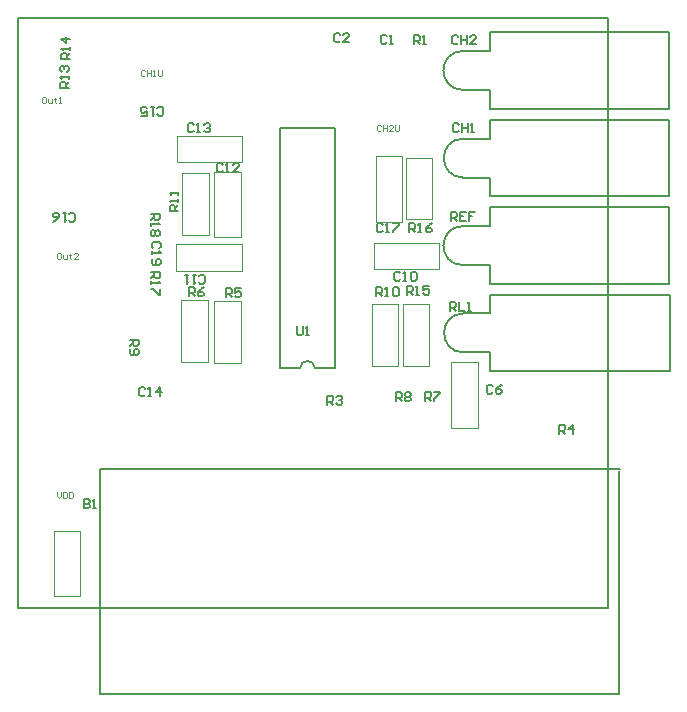
<source format=gto>
%FSLAX25Y25*%
%MOIN*%
G70*
G01*
G75*
G04 Layer_Color=65535*
%ADD10C,0.01000*%
%ADD11C,0.02000*%
%ADD12C,0.02500*%
%ADD13C,0.00787*%
%ADD14C,0.07874*%
%ADD15R,0.07874X0.07874*%
%ADD16C,0.12205*%
%ADD17C,0.09843*%
%ADD18C,0.02500*%
%ADD19R,0.02362X0.08661*%
%ADD20R,0.08661X0.02362*%
%ADD21O,0.02992X0.09449*%
%ADD22R,0.02992X0.09449*%
%ADD23R,0.08000X0.06500*%
%ADD24R,0.08500X0.07000*%
%ADD25R,0.08100X0.06700*%
%ADD26R,0.08900X0.07700*%
%ADD27R,0.08200X0.07100*%
%ADD28C,0.00300*%
%ADD29C,0.00500*%
D13*
X-97710Y79950D02*
G03*
X-102710Y79950I-2500J0D01*
G01*
X-48179Y98243D02*
G03*
X-48179Y85251I0J-6496D01*
G01*
X-48379Y127343D02*
G03*
X-48379Y114351I0J-6496D01*
G01*
Y185743D02*
G03*
X-48379Y172751I0J-6496D01*
G01*
X-48279Y156543D02*
G03*
X-48279Y143551I0J-6496D01*
G01*
X-97710Y79950D02*
X-91175D01*
X-109246D02*
X-102710D01*
X-109246D02*
Y159950D01*
X-91175D01*
Y79950D02*
Y159950D01*
X-48179Y98243D02*
X-39320D01*
X-48179Y85251D02*
X-39320D01*
Y98243D02*
Y104543D01*
Y78952D02*
Y85251D01*
Y104543D02*
X20522D01*
X-39320Y78952D02*
X20522D01*
X20522Y78952D02*
X20522Y78952D01*
X20522Y78952D02*
Y104543D01*
X-48379Y127343D02*
X-39520D01*
X-48379Y114351D02*
X-39520D01*
Y127343D02*
Y133643D01*
Y108052D02*
Y114351D01*
Y133643D02*
X20322D01*
X-39520Y108052D02*
X20322D01*
X20322Y108052D02*
X20322Y108052D01*
X20322Y108052D02*
Y133643D01*
X-48379Y185743D02*
X-39520D01*
X-48379Y172751D02*
X-39520D01*
Y185743D02*
Y192043D01*
Y166452D02*
Y172751D01*
Y192043D02*
X20322D01*
X-39520Y166452D02*
X20322D01*
X20322Y166452D02*
X20322Y166452D01*
X20322Y166452D02*
Y192043D01*
X-48279Y156543D02*
X-39420D01*
X-48279Y143551D02*
X-39420D01*
Y156543D02*
Y162843D01*
Y137252D02*
Y143551D01*
Y162843D02*
X20422D01*
X-39420Y137252D02*
X20422D01*
X20422Y137252D02*
X20422Y137252D01*
X20422Y137252D02*
Y162843D01*
X3624Y8850D02*
Y45858D01*
Y-28551D02*
Y8850D01*
X-169210Y46252D02*
X4018D01*
X-169210Y-28551D02*
X3624D01*
X-169210D02*
Y8850D01*
Y46252D01*
X-196850Y0D02*
Y196850D01*
Y0D02*
X0D01*
Y196850D01*
X-196850D02*
X0D01*
D28*
X-52200Y60155D02*
X-43400D01*
X-52200D02*
Y81952D01*
X-43400D01*
Y60155D02*
Y81952D01*
X-77400Y128804D02*
X-68600D01*
X-77400D02*
Y150601D01*
X-68600D01*
Y128804D02*
Y150601D01*
X-143796Y148651D02*
Y157450D01*
X-121999D01*
Y148651D02*
Y157450D01*
X-143796Y148651D02*
X-121999D01*
X-131251Y145446D02*
X-122450D01*
Y123649D02*
Y145446D01*
X-131251Y123649D02*
X-122450D01*
X-131251D02*
Y145446D01*
X-143996Y112550D02*
Y121351D01*
X-122199D01*
Y112550D02*
Y121351D01*
X-143996Y112550D02*
X-122199D01*
X-56204Y112951D02*
Y121750D01*
X-78001Y112951D02*
X-56204D01*
X-78001D02*
Y121750D01*
X-56204D01*
X-184750Y4055D02*
X-175951D01*
X-184750D02*
Y25852D01*
X-175951D01*
Y4055D02*
Y25852D01*
X-58600Y129600D02*
Y150200D01*
X-67400D02*
X-58600D01*
X-67400Y129600D02*
Y150200D01*
Y129600D02*
X-58600D01*
X-68450Y80751D02*
X-59650D01*
X-68450D02*
Y101350D01*
X-59650D01*
Y80751D02*
Y101350D01*
X-141951Y124351D02*
X-133150D01*
X-141951D02*
Y144950D01*
X-133150D01*
Y124351D02*
Y144950D01*
X-78750Y80751D02*
Y101350D01*
Y80751D02*
X-69950D01*
Y101350D01*
X-78750D02*
X-69950D01*
X-133400Y82000D02*
Y102600D01*
X-142200D02*
X-133400D01*
X-142200Y82000D02*
Y102600D01*
Y82000D02*
X-133400D01*
X-131200Y102400D02*
X-122400D01*
Y81800D02*
Y102400D01*
X-131200Y81800D02*
X-122400D01*
X-131200D02*
Y102400D01*
X-183750Y38699D02*
Y37366D01*
X-183084Y36700D01*
X-182418Y37366D01*
Y38699D01*
X-181751D02*
Y36700D01*
X-180751D01*
X-180418Y37033D01*
Y38366D01*
X-180751Y38699D01*
X-181751D01*
X-179752D02*
Y36700D01*
X-178752D01*
X-178419Y37033D01*
Y38366D01*
X-178752Y38699D01*
X-179752D01*
X-187851Y170299D02*
X-188517D01*
X-188850Y169966D01*
Y168633D01*
X-188517Y168300D01*
X-187851D01*
X-187518Y168633D01*
Y169966D01*
X-187851Y170299D01*
X-186851Y169633D02*
Y168633D01*
X-186518Y168300D01*
X-185518D01*
Y169633D01*
X-184519Y169966D02*
Y169633D01*
X-184852D01*
X-184185D01*
X-184519D01*
Y168633D01*
X-184185Y168300D01*
X-183186D02*
X-182519D01*
X-182852D01*
Y170299D01*
X-183186Y169966D01*
X-182851Y118299D02*
X-183517D01*
X-183851Y117966D01*
Y116633D01*
X-183517Y116300D01*
X-182851D01*
X-182518Y116633D01*
Y117966D01*
X-182851Y118299D01*
X-181851Y117633D02*
Y116633D01*
X-181518Y116300D01*
X-180518D01*
Y117633D01*
X-179518Y117966D02*
Y117633D01*
X-179852D01*
X-179185D01*
X-179518D01*
Y116633D01*
X-179185Y116300D01*
X-176853D02*
X-178186D01*
X-176853Y117633D01*
Y117966D01*
X-177186Y118299D01*
X-177852D01*
X-178186Y117966D01*
X-154267Y179217D02*
X-154600Y179550D01*
X-155267D01*
X-155600Y179217D01*
Y177884D01*
X-155267Y177550D01*
X-154600D01*
X-154267Y177884D01*
X-153601Y179550D02*
Y177550D01*
Y178550D01*
X-152268D01*
Y179550D01*
Y177550D01*
X-151601D02*
X-150935D01*
X-151268D01*
Y179550D01*
X-151601Y179217D01*
X-149935Y179550D02*
Y177884D01*
X-149602Y177550D01*
X-148935D01*
X-148602Y177884D01*
Y179550D01*
X-75567Y160766D02*
X-75900Y161099D01*
X-76567D01*
X-76900Y160766D01*
Y159433D01*
X-76567Y159100D01*
X-75900D01*
X-75567Y159433D01*
X-74901Y161099D02*
Y159100D01*
Y160100D01*
X-73568D01*
Y161099D01*
Y159100D01*
X-71568D02*
X-72901D01*
X-71568Y160433D01*
Y160766D01*
X-71902Y161099D01*
X-72568D01*
X-72901Y160766D01*
X-70902Y161099D02*
Y159433D01*
X-70569Y159100D01*
X-69902D01*
X-69569Y159433D01*
Y161099D01*
D29*
X-174700Y36250D02*
Y33250D01*
X-173200D01*
X-172701Y33750D01*
Y34250D01*
X-173200Y34750D01*
X-174700D01*
X-173200D01*
X-172701Y35250D01*
Y35750D01*
X-173200Y36250D01*
X-174700D01*
X-171701Y33250D02*
X-170701D01*
X-171201D01*
Y36250D01*
X-171701Y35750D01*
X-73701Y190699D02*
X-74200Y191199D01*
X-75200D01*
X-75700Y190699D01*
Y188700D01*
X-75200Y188200D01*
X-74200D01*
X-73701Y188700D01*
X-72701Y188200D02*
X-71701D01*
X-72201D01*
Y191199D01*
X-72701Y190699D01*
X-89301Y191199D02*
X-89801Y191699D01*
X-90800D01*
X-91300Y191199D01*
Y189200D01*
X-90800Y188700D01*
X-89801D01*
X-89301Y189200D01*
X-86302Y188700D02*
X-88301D01*
X-86302Y190699D01*
Y191199D01*
X-86801Y191699D01*
X-87801D01*
X-88301Y191199D01*
X-38501Y73899D02*
X-39000Y74399D01*
X-40000D01*
X-40500Y73899D01*
Y71900D01*
X-40000Y71400D01*
X-39000D01*
X-38501Y71900D01*
X-35502Y74399D02*
X-36501Y73899D01*
X-37501Y72900D01*
Y71900D01*
X-37001Y71400D01*
X-36001D01*
X-35502Y71900D01*
Y72400D01*
X-36001Y72900D01*
X-37501D01*
X-69201Y111699D02*
X-69700Y112199D01*
X-70700D01*
X-71200Y111699D01*
Y109700D01*
X-70700Y109200D01*
X-69700D01*
X-69201Y109700D01*
X-68201Y109200D02*
X-67201D01*
X-67701D01*
Y112199D01*
X-68201Y111699D01*
X-65702D02*
X-65202Y112199D01*
X-64202D01*
X-63702Y111699D01*
Y109700D01*
X-64202Y109200D01*
X-65202D01*
X-65702Y109700D01*
Y111699D01*
X-136449Y108602D02*
X-135949Y108102D01*
X-134949D01*
X-134450Y108602D01*
Y110601D01*
X-134949Y111101D01*
X-135949D01*
X-136449Y110601D01*
X-137449Y111101D02*
X-138448D01*
X-137948D01*
Y108102D01*
X-137449Y108602D01*
X-139948Y111101D02*
X-140947D01*
X-140447D01*
Y108102D01*
X-139948Y108602D01*
X-128401Y147750D02*
X-128900Y148249D01*
X-129900D01*
X-130400Y147750D01*
Y145750D01*
X-129900Y145250D01*
X-128900D01*
X-128401Y145750D01*
X-127401Y145250D02*
X-126401D01*
X-126901D01*
Y148249D01*
X-127401Y147750D01*
X-122902Y145250D02*
X-124902D01*
X-122902Y147250D01*
Y147750D01*
X-123402Y148249D01*
X-124402D01*
X-124902Y147750D01*
X-138050Y161100D02*
X-138550Y161600D01*
X-139550D01*
X-140050Y161100D01*
Y159101D01*
X-139550Y158601D01*
X-138550D01*
X-138050Y159101D01*
X-137050Y158601D02*
X-136051D01*
X-136551D01*
Y161600D01*
X-137050Y161100D01*
X-134551D02*
X-134051Y161600D01*
X-133052D01*
X-132552Y161100D01*
Y160600D01*
X-133052Y160100D01*
X-133552D01*
X-133052D01*
X-132552Y159601D01*
Y159101D01*
X-133052Y158601D01*
X-134051D01*
X-134551Y159101D01*
X-150299Y164601D02*
X-149800Y164101D01*
X-148800D01*
X-148300Y164601D01*
Y166600D01*
X-148800Y167100D01*
X-149800D01*
X-150299Y166600D01*
X-151299Y167100D02*
X-152299D01*
X-151799D01*
Y164101D01*
X-151299Y164601D01*
X-155798Y164101D02*
X-153798D01*
Y165601D01*
X-154798Y165101D01*
X-155298D01*
X-155798Y165601D01*
Y166600D01*
X-155298Y167100D01*
X-154298D01*
X-153798Y166600D01*
X-179699Y129301D02*
X-179200Y128801D01*
X-178200D01*
X-177700Y129301D01*
Y131300D01*
X-178200Y131800D01*
X-179200D01*
X-179699Y131300D01*
X-180699Y131800D02*
X-181699D01*
X-181199D01*
Y128801D01*
X-180699Y129301D01*
X-185198Y128801D02*
X-184198Y129301D01*
X-183198Y130300D01*
Y131300D01*
X-183698Y131800D01*
X-184698D01*
X-185198Y131300D01*
Y130800D01*
X-184698Y130300D01*
X-183198D01*
X-75150Y127799D02*
X-75650Y128299D01*
X-76650D01*
X-77149Y127799D01*
Y125800D01*
X-76650Y125300D01*
X-75650D01*
X-75150Y125800D01*
X-74151Y125300D02*
X-73151D01*
X-73651D01*
Y128299D01*
X-74151Y127799D01*
X-71651Y128299D02*
X-69652D01*
Y127799D01*
X-71651Y125800D01*
Y125300D01*
X-149601Y119901D02*
X-149101Y120401D01*
Y121400D01*
X-149601Y121900D01*
X-151600D01*
X-152100Y121400D01*
Y120401D01*
X-151600Y119901D01*
X-152100Y118901D02*
Y117901D01*
Y118401D01*
X-149101D01*
X-149601Y118901D01*
X-151600Y116402D02*
X-152100Y115902D01*
Y114902D01*
X-151600Y114402D01*
X-149601D01*
X-149101Y114902D01*
Y115902D01*
X-149601Y116402D01*
X-150101D01*
X-150601Y115902D01*
Y114402D01*
X-49801Y161150D02*
X-50300Y161650D01*
X-51300D01*
X-51800Y161150D01*
Y159150D01*
X-51300Y158651D01*
X-50300D01*
X-49801Y159150D01*
X-48801Y161650D02*
Y158651D01*
Y160150D01*
X-46802D01*
Y161650D01*
Y158651D01*
X-45802D02*
X-44802D01*
X-45302D01*
Y161650D01*
X-45802Y161150D01*
X-49901Y190450D02*
X-50400Y190949D01*
X-51400D01*
X-51900Y190450D01*
Y188450D01*
X-51400Y187951D01*
X-50400D01*
X-49901Y188450D01*
X-48901Y190949D02*
Y187951D01*
Y189450D01*
X-46902D01*
Y190949D01*
Y187951D01*
X-43903D02*
X-45902D01*
X-43903Y189950D01*
Y190450D01*
X-44402Y190949D01*
X-45402D01*
X-45902Y190450D01*
X-64700Y187900D02*
Y190899D01*
X-63200D01*
X-62701Y190399D01*
Y189400D01*
X-63200Y188900D01*
X-64700D01*
X-63700D02*
X-62701Y187900D01*
X-61701D02*
X-60701D01*
X-61201D01*
Y190899D01*
X-61701Y190399D01*
X-16200Y58100D02*
Y61099D01*
X-14701D01*
X-14201Y60599D01*
Y59600D01*
X-14701Y59100D01*
X-16200D01*
X-15200D02*
X-14201Y58100D01*
X-11701D02*
Y61099D01*
X-13201Y59600D01*
X-11202D01*
X-127500Y103600D02*
Y106599D01*
X-126000D01*
X-125501Y106099D01*
Y105099D01*
X-126000Y104600D01*
X-127500D01*
X-126500D02*
X-125501Y103600D01*
X-122502Y106599D02*
X-124501D01*
Y105099D01*
X-123501Y105599D01*
X-123001D01*
X-122502Y105099D01*
Y104100D01*
X-123001Y103600D01*
X-124001D01*
X-124501Y104100D01*
X-139750Y104000D02*
Y106999D01*
X-138250D01*
X-137750Y106499D01*
Y105499D01*
X-138250Y105000D01*
X-139750D01*
X-138750D02*
X-137750Y104000D01*
X-134751Y106999D02*
X-135751Y106499D01*
X-136750Y105499D01*
Y104500D01*
X-136251Y104000D01*
X-135251D01*
X-134751Y104500D01*
Y105000D01*
X-135251Y105499D01*
X-136750D01*
X-159400Y89500D02*
X-156401D01*
Y88001D01*
X-156901Y87501D01*
X-157901D01*
X-158400Y88001D01*
Y89500D01*
Y88500D02*
X-159400Y87501D01*
X-158900Y86501D02*
X-159400Y86001D01*
Y85001D01*
X-158900Y84502D01*
X-156901D01*
X-156401Y85001D01*
Y86001D01*
X-156901Y86501D01*
X-157401D01*
X-157901Y86001D01*
Y84502D01*
X-77300Y103951D02*
Y106949D01*
X-75800D01*
X-75301Y106450D01*
Y105450D01*
X-75800Y104950D01*
X-77300D01*
X-76300D02*
X-75301Y103951D01*
X-74301D02*
X-73301D01*
X-73801D01*
Y106949D01*
X-74301Y106450D01*
X-71802D02*
X-71302Y106949D01*
X-70302D01*
X-69802Y106450D01*
Y104450D01*
X-70302Y103951D01*
X-71302D01*
X-71802Y104450D01*
Y106450D01*
X-143200Y132250D02*
X-146199D01*
Y133750D01*
X-145699Y134250D01*
X-144700D01*
X-144200Y133750D01*
Y132250D01*
Y133250D02*
X-143200Y134250D01*
Y135249D02*
Y136249D01*
Y135749D01*
X-146199D01*
X-145699Y135249D01*
X-143200Y137749D02*
Y138748D01*
Y138249D01*
X-146199D01*
X-145699Y137749D01*
X-179700Y173400D02*
X-182699D01*
Y174899D01*
X-182199Y175399D01*
X-181200D01*
X-180700Y174899D01*
Y173400D01*
Y174400D02*
X-179700Y175399D01*
Y176399D02*
Y177399D01*
Y176899D01*
X-182699D01*
X-182199Y176399D01*
Y178898D02*
X-182699Y179398D01*
Y180398D01*
X-182199Y180898D01*
X-181699D01*
X-181200Y180398D01*
Y179898D01*
Y180398D01*
X-180700Y180898D01*
X-180200D01*
X-179700Y180398D01*
Y179398D01*
X-180200Y178898D01*
X-179300Y182900D02*
X-182299D01*
Y184399D01*
X-181799Y184899D01*
X-180799D01*
X-180300Y184399D01*
Y182900D01*
Y183900D02*
X-179300Y184899D01*
Y185899D02*
Y186899D01*
Y186399D01*
X-182299D01*
X-181799Y185899D01*
X-179300Y189898D02*
X-182299D01*
X-180799Y188398D01*
Y190398D01*
X-67100Y104451D02*
Y107449D01*
X-65600D01*
X-65101Y106950D01*
Y105950D01*
X-65600Y105450D01*
X-67100D01*
X-66100D02*
X-65101Y104451D01*
X-64101D02*
X-63101D01*
X-63601D01*
Y107449D01*
X-64101Y106950D01*
X-59602Y107449D02*
X-61602D01*
Y105950D01*
X-60602Y106450D01*
X-60102D01*
X-59602Y105950D01*
Y104950D01*
X-60102Y104451D01*
X-61102D01*
X-61602Y104950D01*
X-66350Y125300D02*
Y128299D01*
X-64850D01*
X-64350Y127799D01*
Y126799D01*
X-64850Y126300D01*
X-66350D01*
X-65350D02*
X-64350Y125300D01*
X-63350D02*
X-62351D01*
X-62851D01*
Y128299D01*
X-63350Y127799D01*
X-58852Y128299D02*
X-59852Y127799D01*
X-60851Y126799D01*
Y125800D01*
X-60351Y125300D01*
X-59352D01*
X-58852Y125800D01*
Y126300D01*
X-59352Y126799D01*
X-60851D01*
X-152300Y112000D02*
X-149301D01*
Y110501D01*
X-149801Y110001D01*
X-150801D01*
X-151300Y110501D01*
Y112000D01*
Y111000D02*
X-152300Y110001D01*
Y109001D02*
Y108001D01*
Y108501D01*
X-149301D01*
X-149801Y109001D01*
X-149301Y106502D02*
Y104502D01*
X-149801D01*
X-151800Y106502D01*
X-152300D01*
X-152400Y131500D02*
X-149401D01*
Y130000D01*
X-149901Y129501D01*
X-150900D01*
X-151400Y130000D01*
Y131500D01*
Y130500D02*
X-152400Y129501D01*
Y128501D02*
Y127501D01*
Y128001D01*
X-149401D01*
X-149901Y128501D01*
Y126002D02*
X-149401Y125502D01*
Y124502D01*
X-149901Y124002D01*
X-150401D01*
X-150900Y124502D01*
X-151400Y124002D01*
X-151900D01*
X-152400Y124502D01*
Y125502D01*
X-151900Y126002D01*
X-151400D01*
X-150900Y125502D01*
X-150401Y126002D01*
X-149901D01*
X-150900Y125502D02*
Y124502D01*
X-52400Y129150D02*
Y132150D01*
X-50900D01*
X-50401Y131650D01*
Y130650D01*
X-50900Y130150D01*
X-52400D01*
X-51400D02*
X-50401Y129150D01*
X-47402Y132150D02*
X-49401D01*
Y129150D01*
X-47402D01*
X-49401Y130650D02*
X-48401D01*
X-44403Y132150D02*
X-46402D01*
Y130650D01*
X-45402D01*
X-46402D01*
Y129150D01*
X-52800Y99100D02*
Y102099D01*
X-51301D01*
X-50801Y101599D01*
Y100600D01*
X-51301Y100100D01*
X-52800D01*
X-51800D02*
X-50801Y99100D01*
X-49801Y102099D02*
Y99100D01*
X-47802D01*
X-46802D02*
X-45802D01*
X-46302D01*
Y102099D01*
X-46802Y101599D01*
X-103700Y93950D02*
Y91450D01*
X-103200Y90951D01*
X-102200D01*
X-101701Y91450D01*
Y93950D01*
X-100701Y90951D02*
X-99701D01*
X-100201D01*
Y93950D01*
X-100701Y93450D01*
X-154301Y73149D02*
X-154800Y73649D01*
X-155800D01*
X-156300Y73149D01*
Y71149D01*
X-155800Y70649D01*
X-154800D01*
X-154301Y71149D01*
X-153301Y70649D02*
X-152301D01*
X-152801D01*
Y73649D01*
X-153301Y73149D01*
X-149302Y70649D02*
Y73649D01*
X-150802Y72149D01*
X-148802D01*
X-61000Y69100D02*
Y72099D01*
X-59500D01*
X-59001Y71599D01*
Y70600D01*
X-59500Y70100D01*
X-61000D01*
X-60000D02*
X-59001Y69100D01*
X-58001Y72099D02*
X-56002D01*
Y71599D01*
X-58001Y69600D01*
Y69100D01*
X-70700Y69000D02*
Y71999D01*
X-69200D01*
X-68701Y71499D01*
Y70499D01*
X-69200Y70000D01*
X-70700D01*
X-69700D02*
X-68701Y69000D01*
X-67701Y71499D02*
X-67201Y71999D01*
X-66201D01*
X-65702Y71499D01*
Y70999D01*
X-66201Y70499D01*
X-65702Y70000D01*
Y69500D01*
X-66201Y69000D01*
X-67201D01*
X-67701Y69500D01*
Y70000D01*
X-67201Y70499D01*
X-67701Y70999D01*
Y71499D01*
X-67201Y70499D02*
X-66201D01*
X-93600Y67800D02*
Y70799D01*
X-92101D01*
X-91601Y70299D01*
Y69300D01*
X-92101Y68800D01*
X-93600D01*
X-92600D02*
X-91601Y67800D01*
X-90601Y70299D02*
X-90101Y70799D01*
X-89101D01*
X-88602Y70299D01*
Y69799D01*
X-89101Y69300D01*
X-89601D01*
X-89101D01*
X-88602Y68800D01*
Y68300D01*
X-89101Y67800D01*
X-90101D01*
X-90601Y68300D01*
M02*

</source>
